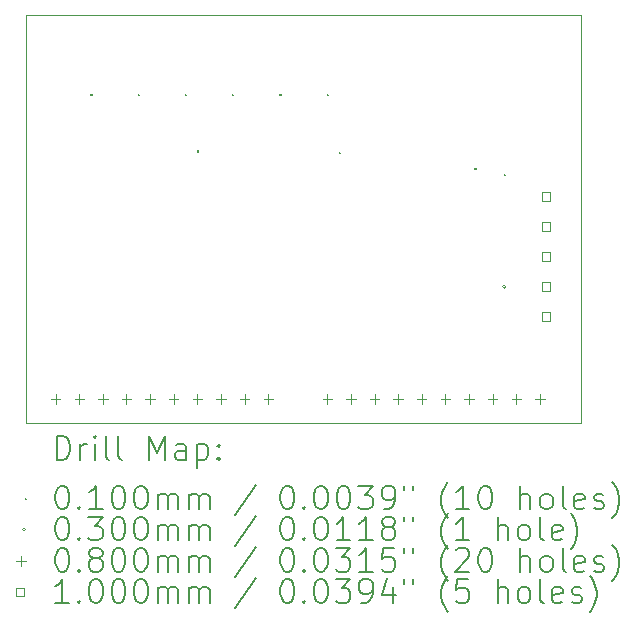
<source format=gbr>
%TF.GenerationSoftware,KiCad,Pcbnew,8.0.4*%
%TF.CreationDate,2024-10-03T15:25:34-05:00*%
%TF.ProjectId,Haptics PWM module,48617074-6963-4732-9050-574d206d6f64,rev?*%
%TF.SameCoordinates,Original*%
%TF.FileFunction,Drillmap*%
%TF.FilePolarity,Positive*%
%FSLAX45Y45*%
G04 Gerber Fmt 4.5, Leading zero omitted, Abs format (unit mm)*
G04 Created by KiCad (PCBNEW 8.0.4) date 2024-10-03 15:25:34*
%MOMM*%
%LPD*%
G01*
G04 APERTURE LIST*
%ADD10C,0.050000*%
%ADD11C,0.200000*%
%ADD12C,0.100000*%
G04 APERTURE END LIST*
D10*
X8000000Y-11250000D02*
X12700000Y-11250000D01*
X12700000Y-14700000D01*
X8000000Y-14700000D01*
X8000000Y-11250000D01*
D11*
D12*
X8545000Y-11913750D02*
X8555000Y-11923750D01*
X8555000Y-11913750D02*
X8545000Y-11923750D01*
X8945000Y-11913750D02*
X8955000Y-11923750D01*
X8955000Y-11913750D02*
X8945000Y-11923750D01*
X9345000Y-11913750D02*
X9355000Y-11923750D01*
X9355000Y-11913750D02*
X9345000Y-11923750D01*
X9445000Y-12395000D02*
X9455000Y-12405000D01*
X9455000Y-12395000D02*
X9445000Y-12405000D01*
X9745000Y-11913750D02*
X9755000Y-11923750D01*
X9755000Y-11913750D02*
X9745000Y-11923750D01*
X10145000Y-11913750D02*
X10155000Y-11923750D01*
X10155000Y-11913750D02*
X10145000Y-11923750D01*
X10545000Y-11913750D02*
X10555000Y-11923750D01*
X10555000Y-11913750D02*
X10545000Y-11923750D01*
X10645000Y-12410000D02*
X10655000Y-12420000D01*
X10655000Y-12410000D02*
X10645000Y-12420000D01*
X11795000Y-12545000D02*
X11805000Y-12555000D01*
X11805000Y-12545000D02*
X11795000Y-12555000D01*
X12045000Y-12595000D02*
X12055000Y-12605000D01*
X12055000Y-12595000D02*
X12045000Y-12605000D01*
X12065000Y-13550000D02*
G75*
G02*
X12035000Y-13550000I-15000J0D01*
G01*
X12035000Y-13550000D02*
G75*
G02*
X12065000Y-13550000I15000J0D01*
G01*
X8250000Y-14460000D02*
X8250000Y-14540000D01*
X8210000Y-14500000D02*
X8290000Y-14500000D01*
X8450000Y-14460000D02*
X8450000Y-14540000D01*
X8410000Y-14500000D02*
X8490000Y-14500000D01*
X8650000Y-14460000D02*
X8650000Y-14540000D01*
X8610000Y-14500000D02*
X8690000Y-14500000D01*
X8850000Y-14460000D02*
X8850000Y-14540000D01*
X8810000Y-14500000D02*
X8890000Y-14500000D01*
X9050000Y-14460000D02*
X9050000Y-14540000D01*
X9010000Y-14500000D02*
X9090000Y-14500000D01*
X9250000Y-14460000D02*
X9250000Y-14540000D01*
X9210000Y-14500000D02*
X9290000Y-14500000D01*
X9450000Y-14460000D02*
X9450000Y-14540000D01*
X9410000Y-14500000D02*
X9490000Y-14500000D01*
X9650000Y-14460000D02*
X9650000Y-14540000D01*
X9610000Y-14500000D02*
X9690000Y-14500000D01*
X9850000Y-14460000D02*
X9850000Y-14540000D01*
X9810000Y-14500000D02*
X9890000Y-14500000D01*
X10050000Y-14460000D02*
X10050000Y-14540000D01*
X10010000Y-14500000D02*
X10090000Y-14500000D01*
X10550000Y-14460000D02*
X10550000Y-14540000D01*
X10510000Y-14500000D02*
X10590000Y-14500000D01*
X10750000Y-14460000D02*
X10750000Y-14540000D01*
X10710000Y-14500000D02*
X10790000Y-14500000D01*
X10950000Y-14460000D02*
X10950000Y-14540000D01*
X10910000Y-14500000D02*
X10990000Y-14500000D01*
X11150000Y-14460000D02*
X11150000Y-14540000D01*
X11110000Y-14500000D02*
X11190000Y-14500000D01*
X11350000Y-14460000D02*
X11350000Y-14540000D01*
X11310000Y-14500000D02*
X11390000Y-14500000D01*
X11550000Y-14460000D02*
X11550000Y-14540000D01*
X11510000Y-14500000D02*
X11590000Y-14500000D01*
X11750000Y-14460000D02*
X11750000Y-14540000D01*
X11710000Y-14500000D02*
X11790000Y-14500000D01*
X11950000Y-14460000D02*
X11950000Y-14540000D01*
X11910000Y-14500000D02*
X11990000Y-14500000D01*
X12150000Y-14460000D02*
X12150000Y-14540000D01*
X12110000Y-14500000D02*
X12190000Y-14500000D01*
X12350000Y-14460000D02*
X12350000Y-14540000D01*
X12310000Y-14500000D02*
X12390000Y-14500000D01*
X12435356Y-12819356D02*
X12435356Y-12748644D01*
X12364644Y-12748644D01*
X12364644Y-12819356D01*
X12435356Y-12819356D01*
X12435356Y-13073356D02*
X12435356Y-13002644D01*
X12364644Y-13002644D01*
X12364644Y-13073356D01*
X12435356Y-13073356D01*
X12435356Y-13327356D02*
X12435356Y-13256644D01*
X12364644Y-13256644D01*
X12364644Y-13327356D01*
X12435356Y-13327356D01*
X12435356Y-13581356D02*
X12435356Y-13510644D01*
X12364644Y-13510644D01*
X12364644Y-13581356D01*
X12435356Y-13581356D01*
X12435356Y-13835356D02*
X12435356Y-13764644D01*
X12364644Y-13764644D01*
X12364644Y-13835356D01*
X12435356Y-13835356D01*
D11*
X8258277Y-15013984D02*
X8258277Y-14813984D01*
X8258277Y-14813984D02*
X8305896Y-14813984D01*
X8305896Y-14813984D02*
X8334467Y-14823508D01*
X8334467Y-14823508D02*
X8353515Y-14842555D01*
X8353515Y-14842555D02*
X8363039Y-14861603D01*
X8363039Y-14861603D02*
X8372562Y-14899698D01*
X8372562Y-14899698D02*
X8372562Y-14928269D01*
X8372562Y-14928269D02*
X8363039Y-14966365D01*
X8363039Y-14966365D02*
X8353515Y-14985412D01*
X8353515Y-14985412D02*
X8334467Y-15004460D01*
X8334467Y-15004460D02*
X8305896Y-15013984D01*
X8305896Y-15013984D02*
X8258277Y-15013984D01*
X8458277Y-15013984D02*
X8458277Y-14880650D01*
X8458277Y-14918746D02*
X8467801Y-14899698D01*
X8467801Y-14899698D02*
X8477324Y-14890174D01*
X8477324Y-14890174D02*
X8496372Y-14880650D01*
X8496372Y-14880650D02*
X8515420Y-14880650D01*
X8582086Y-15013984D02*
X8582086Y-14880650D01*
X8582086Y-14813984D02*
X8572563Y-14823508D01*
X8572563Y-14823508D02*
X8582086Y-14833031D01*
X8582086Y-14833031D02*
X8591610Y-14823508D01*
X8591610Y-14823508D02*
X8582086Y-14813984D01*
X8582086Y-14813984D02*
X8582086Y-14833031D01*
X8705896Y-15013984D02*
X8686848Y-15004460D01*
X8686848Y-15004460D02*
X8677324Y-14985412D01*
X8677324Y-14985412D02*
X8677324Y-14813984D01*
X8810658Y-15013984D02*
X8791610Y-15004460D01*
X8791610Y-15004460D02*
X8782086Y-14985412D01*
X8782086Y-14985412D02*
X8782086Y-14813984D01*
X9039229Y-15013984D02*
X9039229Y-14813984D01*
X9039229Y-14813984D02*
X9105896Y-14956841D01*
X9105896Y-14956841D02*
X9172563Y-14813984D01*
X9172563Y-14813984D02*
X9172563Y-15013984D01*
X9353515Y-15013984D02*
X9353515Y-14909222D01*
X9353515Y-14909222D02*
X9343991Y-14890174D01*
X9343991Y-14890174D02*
X9324944Y-14880650D01*
X9324944Y-14880650D02*
X9286848Y-14880650D01*
X9286848Y-14880650D02*
X9267801Y-14890174D01*
X9353515Y-15004460D02*
X9334467Y-15013984D01*
X9334467Y-15013984D02*
X9286848Y-15013984D01*
X9286848Y-15013984D02*
X9267801Y-15004460D01*
X9267801Y-15004460D02*
X9258277Y-14985412D01*
X9258277Y-14985412D02*
X9258277Y-14966365D01*
X9258277Y-14966365D02*
X9267801Y-14947317D01*
X9267801Y-14947317D02*
X9286848Y-14937793D01*
X9286848Y-14937793D02*
X9334467Y-14937793D01*
X9334467Y-14937793D02*
X9353515Y-14928269D01*
X9448753Y-14880650D02*
X9448753Y-15080650D01*
X9448753Y-14890174D02*
X9467801Y-14880650D01*
X9467801Y-14880650D02*
X9505896Y-14880650D01*
X9505896Y-14880650D02*
X9524944Y-14890174D01*
X9524944Y-14890174D02*
X9534467Y-14899698D01*
X9534467Y-14899698D02*
X9543991Y-14918746D01*
X9543991Y-14918746D02*
X9543991Y-14975888D01*
X9543991Y-14975888D02*
X9534467Y-14994936D01*
X9534467Y-14994936D02*
X9524944Y-15004460D01*
X9524944Y-15004460D02*
X9505896Y-15013984D01*
X9505896Y-15013984D02*
X9467801Y-15013984D01*
X9467801Y-15013984D02*
X9448753Y-15004460D01*
X9629705Y-14994936D02*
X9639229Y-15004460D01*
X9639229Y-15004460D02*
X9629705Y-15013984D01*
X9629705Y-15013984D02*
X9620182Y-15004460D01*
X9620182Y-15004460D02*
X9629705Y-14994936D01*
X9629705Y-14994936D02*
X9629705Y-15013984D01*
X9629705Y-14890174D02*
X9639229Y-14899698D01*
X9639229Y-14899698D02*
X9629705Y-14909222D01*
X9629705Y-14909222D02*
X9620182Y-14899698D01*
X9620182Y-14899698D02*
X9629705Y-14890174D01*
X9629705Y-14890174D02*
X9629705Y-14909222D01*
D12*
X7987500Y-15337500D02*
X7997500Y-15347500D01*
X7997500Y-15337500D02*
X7987500Y-15347500D01*
D11*
X8296372Y-15233984D02*
X8315420Y-15233984D01*
X8315420Y-15233984D02*
X8334467Y-15243508D01*
X8334467Y-15243508D02*
X8343991Y-15253031D01*
X8343991Y-15253031D02*
X8353515Y-15272079D01*
X8353515Y-15272079D02*
X8363039Y-15310174D01*
X8363039Y-15310174D02*
X8363039Y-15357793D01*
X8363039Y-15357793D02*
X8353515Y-15395888D01*
X8353515Y-15395888D02*
X8343991Y-15414936D01*
X8343991Y-15414936D02*
X8334467Y-15424460D01*
X8334467Y-15424460D02*
X8315420Y-15433984D01*
X8315420Y-15433984D02*
X8296372Y-15433984D01*
X8296372Y-15433984D02*
X8277324Y-15424460D01*
X8277324Y-15424460D02*
X8267801Y-15414936D01*
X8267801Y-15414936D02*
X8258277Y-15395888D01*
X8258277Y-15395888D02*
X8248753Y-15357793D01*
X8248753Y-15357793D02*
X8248753Y-15310174D01*
X8248753Y-15310174D02*
X8258277Y-15272079D01*
X8258277Y-15272079D02*
X8267801Y-15253031D01*
X8267801Y-15253031D02*
X8277324Y-15243508D01*
X8277324Y-15243508D02*
X8296372Y-15233984D01*
X8448753Y-15414936D02*
X8458277Y-15424460D01*
X8458277Y-15424460D02*
X8448753Y-15433984D01*
X8448753Y-15433984D02*
X8439229Y-15424460D01*
X8439229Y-15424460D02*
X8448753Y-15414936D01*
X8448753Y-15414936D02*
X8448753Y-15433984D01*
X8648753Y-15433984D02*
X8534467Y-15433984D01*
X8591610Y-15433984D02*
X8591610Y-15233984D01*
X8591610Y-15233984D02*
X8572563Y-15262555D01*
X8572563Y-15262555D02*
X8553515Y-15281603D01*
X8553515Y-15281603D02*
X8534467Y-15291127D01*
X8772563Y-15233984D02*
X8791610Y-15233984D01*
X8791610Y-15233984D02*
X8810658Y-15243508D01*
X8810658Y-15243508D02*
X8820182Y-15253031D01*
X8820182Y-15253031D02*
X8829705Y-15272079D01*
X8829705Y-15272079D02*
X8839229Y-15310174D01*
X8839229Y-15310174D02*
X8839229Y-15357793D01*
X8839229Y-15357793D02*
X8829705Y-15395888D01*
X8829705Y-15395888D02*
X8820182Y-15414936D01*
X8820182Y-15414936D02*
X8810658Y-15424460D01*
X8810658Y-15424460D02*
X8791610Y-15433984D01*
X8791610Y-15433984D02*
X8772563Y-15433984D01*
X8772563Y-15433984D02*
X8753515Y-15424460D01*
X8753515Y-15424460D02*
X8743991Y-15414936D01*
X8743991Y-15414936D02*
X8734467Y-15395888D01*
X8734467Y-15395888D02*
X8724944Y-15357793D01*
X8724944Y-15357793D02*
X8724944Y-15310174D01*
X8724944Y-15310174D02*
X8734467Y-15272079D01*
X8734467Y-15272079D02*
X8743991Y-15253031D01*
X8743991Y-15253031D02*
X8753515Y-15243508D01*
X8753515Y-15243508D02*
X8772563Y-15233984D01*
X8963039Y-15233984D02*
X8982086Y-15233984D01*
X8982086Y-15233984D02*
X9001134Y-15243508D01*
X9001134Y-15243508D02*
X9010658Y-15253031D01*
X9010658Y-15253031D02*
X9020182Y-15272079D01*
X9020182Y-15272079D02*
X9029705Y-15310174D01*
X9029705Y-15310174D02*
X9029705Y-15357793D01*
X9029705Y-15357793D02*
X9020182Y-15395888D01*
X9020182Y-15395888D02*
X9010658Y-15414936D01*
X9010658Y-15414936D02*
X9001134Y-15424460D01*
X9001134Y-15424460D02*
X8982086Y-15433984D01*
X8982086Y-15433984D02*
X8963039Y-15433984D01*
X8963039Y-15433984D02*
X8943991Y-15424460D01*
X8943991Y-15424460D02*
X8934467Y-15414936D01*
X8934467Y-15414936D02*
X8924944Y-15395888D01*
X8924944Y-15395888D02*
X8915420Y-15357793D01*
X8915420Y-15357793D02*
X8915420Y-15310174D01*
X8915420Y-15310174D02*
X8924944Y-15272079D01*
X8924944Y-15272079D02*
X8934467Y-15253031D01*
X8934467Y-15253031D02*
X8943991Y-15243508D01*
X8943991Y-15243508D02*
X8963039Y-15233984D01*
X9115420Y-15433984D02*
X9115420Y-15300650D01*
X9115420Y-15319698D02*
X9124944Y-15310174D01*
X9124944Y-15310174D02*
X9143991Y-15300650D01*
X9143991Y-15300650D02*
X9172563Y-15300650D01*
X9172563Y-15300650D02*
X9191610Y-15310174D01*
X9191610Y-15310174D02*
X9201134Y-15329222D01*
X9201134Y-15329222D02*
X9201134Y-15433984D01*
X9201134Y-15329222D02*
X9210658Y-15310174D01*
X9210658Y-15310174D02*
X9229705Y-15300650D01*
X9229705Y-15300650D02*
X9258277Y-15300650D01*
X9258277Y-15300650D02*
X9277325Y-15310174D01*
X9277325Y-15310174D02*
X9286848Y-15329222D01*
X9286848Y-15329222D02*
X9286848Y-15433984D01*
X9382086Y-15433984D02*
X9382086Y-15300650D01*
X9382086Y-15319698D02*
X9391610Y-15310174D01*
X9391610Y-15310174D02*
X9410658Y-15300650D01*
X9410658Y-15300650D02*
X9439229Y-15300650D01*
X9439229Y-15300650D02*
X9458277Y-15310174D01*
X9458277Y-15310174D02*
X9467801Y-15329222D01*
X9467801Y-15329222D02*
X9467801Y-15433984D01*
X9467801Y-15329222D02*
X9477325Y-15310174D01*
X9477325Y-15310174D02*
X9496372Y-15300650D01*
X9496372Y-15300650D02*
X9524944Y-15300650D01*
X9524944Y-15300650D02*
X9543991Y-15310174D01*
X9543991Y-15310174D02*
X9553515Y-15329222D01*
X9553515Y-15329222D02*
X9553515Y-15433984D01*
X9943991Y-15224460D02*
X9772563Y-15481603D01*
X10201134Y-15233984D02*
X10220182Y-15233984D01*
X10220182Y-15233984D02*
X10239229Y-15243508D01*
X10239229Y-15243508D02*
X10248753Y-15253031D01*
X10248753Y-15253031D02*
X10258277Y-15272079D01*
X10258277Y-15272079D02*
X10267801Y-15310174D01*
X10267801Y-15310174D02*
X10267801Y-15357793D01*
X10267801Y-15357793D02*
X10258277Y-15395888D01*
X10258277Y-15395888D02*
X10248753Y-15414936D01*
X10248753Y-15414936D02*
X10239229Y-15424460D01*
X10239229Y-15424460D02*
X10220182Y-15433984D01*
X10220182Y-15433984D02*
X10201134Y-15433984D01*
X10201134Y-15433984D02*
X10182087Y-15424460D01*
X10182087Y-15424460D02*
X10172563Y-15414936D01*
X10172563Y-15414936D02*
X10163039Y-15395888D01*
X10163039Y-15395888D02*
X10153515Y-15357793D01*
X10153515Y-15357793D02*
X10153515Y-15310174D01*
X10153515Y-15310174D02*
X10163039Y-15272079D01*
X10163039Y-15272079D02*
X10172563Y-15253031D01*
X10172563Y-15253031D02*
X10182087Y-15243508D01*
X10182087Y-15243508D02*
X10201134Y-15233984D01*
X10353515Y-15414936D02*
X10363039Y-15424460D01*
X10363039Y-15424460D02*
X10353515Y-15433984D01*
X10353515Y-15433984D02*
X10343991Y-15424460D01*
X10343991Y-15424460D02*
X10353515Y-15414936D01*
X10353515Y-15414936D02*
X10353515Y-15433984D01*
X10486848Y-15233984D02*
X10505896Y-15233984D01*
X10505896Y-15233984D02*
X10524944Y-15243508D01*
X10524944Y-15243508D02*
X10534468Y-15253031D01*
X10534468Y-15253031D02*
X10543991Y-15272079D01*
X10543991Y-15272079D02*
X10553515Y-15310174D01*
X10553515Y-15310174D02*
X10553515Y-15357793D01*
X10553515Y-15357793D02*
X10543991Y-15395888D01*
X10543991Y-15395888D02*
X10534468Y-15414936D01*
X10534468Y-15414936D02*
X10524944Y-15424460D01*
X10524944Y-15424460D02*
X10505896Y-15433984D01*
X10505896Y-15433984D02*
X10486848Y-15433984D01*
X10486848Y-15433984D02*
X10467801Y-15424460D01*
X10467801Y-15424460D02*
X10458277Y-15414936D01*
X10458277Y-15414936D02*
X10448753Y-15395888D01*
X10448753Y-15395888D02*
X10439229Y-15357793D01*
X10439229Y-15357793D02*
X10439229Y-15310174D01*
X10439229Y-15310174D02*
X10448753Y-15272079D01*
X10448753Y-15272079D02*
X10458277Y-15253031D01*
X10458277Y-15253031D02*
X10467801Y-15243508D01*
X10467801Y-15243508D02*
X10486848Y-15233984D01*
X10677325Y-15233984D02*
X10696372Y-15233984D01*
X10696372Y-15233984D02*
X10715420Y-15243508D01*
X10715420Y-15243508D02*
X10724944Y-15253031D01*
X10724944Y-15253031D02*
X10734468Y-15272079D01*
X10734468Y-15272079D02*
X10743991Y-15310174D01*
X10743991Y-15310174D02*
X10743991Y-15357793D01*
X10743991Y-15357793D02*
X10734468Y-15395888D01*
X10734468Y-15395888D02*
X10724944Y-15414936D01*
X10724944Y-15414936D02*
X10715420Y-15424460D01*
X10715420Y-15424460D02*
X10696372Y-15433984D01*
X10696372Y-15433984D02*
X10677325Y-15433984D01*
X10677325Y-15433984D02*
X10658277Y-15424460D01*
X10658277Y-15424460D02*
X10648753Y-15414936D01*
X10648753Y-15414936D02*
X10639229Y-15395888D01*
X10639229Y-15395888D02*
X10629706Y-15357793D01*
X10629706Y-15357793D02*
X10629706Y-15310174D01*
X10629706Y-15310174D02*
X10639229Y-15272079D01*
X10639229Y-15272079D02*
X10648753Y-15253031D01*
X10648753Y-15253031D02*
X10658277Y-15243508D01*
X10658277Y-15243508D02*
X10677325Y-15233984D01*
X10810658Y-15233984D02*
X10934468Y-15233984D01*
X10934468Y-15233984D02*
X10867801Y-15310174D01*
X10867801Y-15310174D02*
X10896372Y-15310174D01*
X10896372Y-15310174D02*
X10915420Y-15319698D01*
X10915420Y-15319698D02*
X10924944Y-15329222D01*
X10924944Y-15329222D02*
X10934468Y-15348269D01*
X10934468Y-15348269D02*
X10934468Y-15395888D01*
X10934468Y-15395888D02*
X10924944Y-15414936D01*
X10924944Y-15414936D02*
X10915420Y-15424460D01*
X10915420Y-15424460D02*
X10896372Y-15433984D01*
X10896372Y-15433984D02*
X10839229Y-15433984D01*
X10839229Y-15433984D02*
X10820182Y-15424460D01*
X10820182Y-15424460D02*
X10810658Y-15414936D01*
X11029706Y-15433984D02*
X11067801Y-15433984D01*
X11067801Y-15433984D02*
X11086849Y-15424460D01*
X11086849Y-15424460D02*
X11096372Y-15414936D01*
X11096372Y-15414936D02*
X11115420Y-15386365D01*
X11115420Y-15386365D02*
X11124944Y-15348269D01*
X11124944Y-15348269D02*
X11124944Y-15272079D01*
X11124944Y-15272079D02*
X11115420Y-15253031D01*
X11115420Y-15253031D02*
X11105896Y-15243508D01*
X11105896Y-15243508D02*
X11086849Y-15233984D01*
X11086849Y-15233984D02*
X11048753Y-15233984D01*
X11048753Y-15233984D02*
X11029706Y-15243508D01*
X11029706Y-15243508D02*
X11020182Y-15253031D01*
X11020182Y-15253031D02*
X11010658Y-15272079D01*
X11010658Y-15272079D02*
X11010658Y-15319698D01*
X11010658Y-15319698D02*
X11020182Y-15338746D01*
X11020182Y-15338746D02*
X11029706Y-15348269D01*
X11029706Y-15348269D02*
X11048753Y-15357793D01*
X11048753Y-15357793D02*
X11086849Y-15357793D01*
X11086849Y-15357793D02*
X11105896Y-15348269D01*
X11105896Y-15348269D02*
X11115420Y-15338746D01*
X11115420Y-15338746D02*
X11124944Y-15319698D01*
X11201134Y-15233984D02*
X11201134Y-15272079D01*
X11277325Y-15233984D02*
X11277325Y-15272079D01*
X11572563Y-15510174D02*
X11563039Y-15500650D01*
X11563039Y-15500650D02*
X11543991Y-15472079D01*
X11543991Y-15472079D02*
X11534468Y-15453031D01*
X11534468Y-15453031D02*
X11524944Y-15424460D01*
X11524944Y-15424460D02*
X11515420Y-15376841D01*
X11515420Y-15376841D02*
X11515420Y-15338746D01*
X11515420Y-15338746D02*
X11524944Y-15291127D01*
X11524944Y-15291127D02*
X11534468Y-15262555D01*
X11534468Y-15262555D02*
X11543991Y-15243508D01*
X11543991Y-15243508D02*
X11563039Y-15214936D01*
X11563039Y-15214936D02*
X11572563Y-15205412D01*
X11753515Y-15433984D02*
X11639229Y-15433984D01*
X11696372Y-15433984D02*
X11696372Y-15233984D01*
X11696372Y-15233984D02*
X11677325Y-15262555D01*
X11677325Y-15262555D02*
X11658277Y-15281603D01*
X11658277Y-15281603D02*
X11639229Y-15291127D01*
X11877325Y-15233984D02*
X11896372Y-15233984D01*
X11896372Y-15233984D02*
X11915420Y-15243508D01*
X11915420Y-15243508D02*
X11924944Y-15253031D01*
X11924944Y-15253031D02*
X11934468Y-15272079D01*
X11934468Y-15272079D02*
X11943991Y-15310174D01*
X11943991Y-15310174D02*
X11943991Y-15357793D01*
X11943991Y-15357793D02*
X11934468Y-15395888D01*
X11934468Y-15395888D02*
X11924944Y-15414936D01*
X11924944Y-15414936D02*
X11915420Y-15424460D01*
X11915420Y-15424460D02*
X11896372Y-15433984D01*
X11896372Y-15433984D02*
X11877325Y-15433984D01*
X11877325Y-15433984D02*
X11858277Y-15424460D01*
X11858277Y-15424460D02*
X11848753Y-15414936D01*
X11848753Y-15414936D02*
X11839229Y-15395888D01*
X11839229Y-15395888D02*
X11829706Y-15357793D01*
X11829706Y-15357793D02*
X11829706Y-15310174D01*
X11829706Y-15310174D02*
X11839229Y-15272079D01*
X11839229Y-15272079D02*
X11848753Y-15253031D01*
X11848753Y-15253031D02*
X11858277Y-15243508D01*
X11858277Y-15243508D02*
X11877325Y-15233984D01*
X12182087Y-15433984D02*
X12182087Y-15233984D01*
X12267801Y-15433984D02*
X12267801Y-15329222D01*
X12267801Y-15329222D02*
X12258277Y-15310174D01*
X12258277Y-15310174D02*
X12239230Y-15300650D01*
X12239230Y-15300650D02*
X12210658Y-15300650D01*
X12210658Y-15300650D02*
X12191610Y-15310174D01*
X12191610Y-15310174D02*
X12182087Y-15319698D01*
X12391610Y-15433984D02*
X12372563Y-15424460D01*
X12372563Y-15424460D02*
X12363039Y-15414936D01*
X12363039Y-15414936D02*
X12353515Y-15395888D01*
X12353515Y-15395888D02*
X12353515Y-15338746D01*
X12353515Y-15338746D02*
X12363039Y-15319698D01*
X12363039Y-15319698D02*
X12372563Y-15310174D01*
X12372563Y-15310174D02*
X12391610Y-15300650D01*
X12391610Y-15300650D02*
X12420182Y-15300650D01*
X12420182Y-15300650D02*
X12439230Y-15310174D01*
X12439230Y-15310174D02*
X12448753Y-15319698D01*
X12448753Y-15319698D02*
X12458277Y-15338746D01*
X12458277Y-15338746D02*
X12458277Y-15395888D01*
X12458277Y-15395888D02*
X12448753Y-15414936D01*
X12448753Y-15414936D02*
X12439230Y-15424460D01*
X12439230Y-15424460D02*
X12420182Y-15433984D01*
X12420182Y-15433984D02*
X12391610Y-15433984D01*
X12572563Y-15433984D02*
X12553515Y-15424460D01*
X12553515Y-15424460D02*
X12543991Y-15405412D01*
X12543991Y-15405412D02*
X12543991Y-15233984D01*
X12724944Y-15424460D02*
X12705896Y-15433984D01*
X12705896Y-15433984D02*
X12667801Y-15433984D01*
X12667801Y-15433984D02*
X12648753Y-15424460D01*
X12648753Y-15424460D02*
X12639230Y-15405412D01*
X12639230Y-15405412D02*
X12639230Y-15329222D01*
X12639230Y-15329222D02*
X12648753Y-15310174D01*
X12648753Y-15310174D02*
X12667801Y-15300650D01*
X12667801Y-15300650D02*
X12705896Y-15300650D01*
X12705896Y-15300650D02*
X12724944Y-15310174D01*
X12724944Y-15310174D02*
X12734468Y-15329222D01*
X12734468Y-15329222D02*
X12734468Y-15348269D01*
X12734468Y-15348269D02*
X12639230Y-15367317D01*
X12810658Y-15424460D02*
X12829706Y-15433984D01*
X12829706Y-15433984D02*
X12867801Y-15433984D01*
X12867801Y-15433984D02*
X12886849Y-15424460D01*
X12886849Y-15424460D02*
X12896372Y-15405412D01*
X12896372Y-15405412D02*
X12896372Y-15395888D01*
X12896372Y-15395888D02*
X12886849Y-15376841D01*
X12886849Y-15376841D02*
X12867801Y-15367317D01*
X12867801Y-15367317D02*
X12839230Y-15367317D01*
X12839230Y-15367317D02*
X12820182Y-15357793D01*
X12820182Y-15357793D02*
X12810658Y-15338746D01*
X12810658Y-15338746D02*
X12810658Y-15329222D01*
X12810658Y-15329222D02*
X12820182Y-15310174D01*
X12820182Y-15310174D02*
X12839230Y-15300650D01*
X12839230Y-15300650D02*
X12867801Y-15300650D01*
X12867801Y-15300650D02*
X12886849Y-15310174D01*
X12963039Y-15510174D02*
X12972563Y-15500650D01*
X12972563Y-15500650D02*
X12991611Y-15472079D01*
X12991611Y-15472079D02*
X13001134Y-15453031D01*
X13001134Y-15453031D02*
X13010658Y-15424460D01*
X13010658Y-15424460D02*
X13020182Y-15376841D01*
X13020182Y-15376841D02*
X13020182Y-15338746D01*
X13020182Y-15338746D02*
X13010658Y-15291127D01*
X13010658Y-15291127D02*
X13001134Y-15262555D01*
X13001134Y-15262555D02*
X12991611Y-15243508D01*
X12991611Y-15243508D02*
X12972563Y-15214936D01*
X12972563Y-15214936D02*
X12963039Y-15205412D01*
D12*
X7997500Y-15606500D02*
G75*
G02*
X7967500Y-15606500I-15000J0D01*
G01*
X7967500Y-15606500D02*
G75*
G02*
X7997500Y-15606500I15000J0D01*
G01*
D11*
X8296372Y-15497984D02*
X8315420Y-15497984D01*
X8315420Y-15497984D02*
X8334467Y-15507508D01*
X8334467Y-15507508D02*
X8343991Y-15517031D01*
X8343991Y-15517031D02*
X8353515Y-15536079D01*
X8353515Y-15536079D02*
X8363039Y-15574174D01*
X8363039Y-15574174D02*
X8363039Y-15621793D01*
X8363039Y-15621793D02*
X8353515Y-15659888D01*
X8353515Y-15659888D02*
X8343991Y-15678936D01*
X8343991Y-15678936D02*
X8334467Y-15688460D01*
X8334467Y-15688460D02*
X8315420Y-15697984D01*
X8315420Y-15697984D02*
X8296372Y-15697984D01*
X8296372Y-15697984D02*
X8277324Y-15688460D01*
X8277324Y-15688460D02*
X8267801Y-15678936D01*
X8267801Y-15678936D02*
X8258277Y-15659888D01*
X8258277Y-15659888D02*
X8248753Y-15621793D01*
X8248753Y-15621793D02*
X8248753Y-15574174D01*
X8248753Y-15574174D02*
X8258277Y-15536079D01*
X8258277Y-15536079D02*
X8267801Y-15517031D01*
X8267801Y-15517031D02*
X8277324Y-15507508D01*
X8277324Y-15507508D02*
X8296372Y-15497984D01*
X8448753Y-15678936D02*
X8458277Y-15688460D01*
X8458277Y-15688460D02*
X8448753Y-15697984D01*
X8448753Y-15697984D02*
X8439229Y-15688460D01*
X8439229Y-15688460D02*
X8448753Y-15678936D01*
X8448753Y-15678936D02*
X8448753Y-15697984D01*
X8524944Y-15497984D02*
X8648753Y-15497984D01*
X8648753Y-15497984D02*
X8582086Y-15574174D01*
X8582086Y-15574174D02*
X8610658Y-15574174D01*
X8610658Y-15574174D02*
X8629705Y-15583698D01*
X8629705Y-15583698D02*
X8639229Y-15593222D01*
X8639229Y-15593222D02*
X8648753Y-15612269D01*
X8648753Y-15612269D02*
X8648753Y-15659888D01*
X8648753Y-15659888D02*
X8639229Y-15678936D01*
X8639229Y-15678936D02*
X8629705Y-15688460D01*
X8629705Y-15688460D02*
X8610658Y-15697984D01*
X8610658Y-15697984D02*
X8553515Y-15697984D01*
X8553515Y-15697984D02*
X8534467Y-15688460D01*
X8534467Y-15688460D02*
X8524944Y-15678936D01*
X8772563Y-15497984D02*
X8791610Y-15497984D01*
X8791610Y-15497984D02*
X8810658Y-15507508D01*
X8810658Y-15507508D02*
X8820182Y-15517031D01*
X8820182Y-15517031D02*
X8829705Y-15536079D01*
X8829705Y-15536079D02*
X8839229Y-15574174D01*
X8839229Y-15574174D02*
X8839229Y-15621793D01*
X8839229Y-15621793D02*
X8829705Y-15659888D01*
X8829705Y-15659888D02*
X8820182Y-15678936D01*
X8820182Y-15678936D02*
X8810658Y-15688460D01*
X8810658Y-15688460D02*
X8791610Y-15697984D01*
X8791610Y-15697984D02*
X8772563Y-15697984D01*
X8772563Y-15697984D02*
X8753515Y-15688460D01*
X8753515Y-15688460D02*
X8743991Y-15678936D01*
X8743991Y-15678936D02*
X8734467Y-15659888D01*
X8734467Y-15659888D02*
X8724944Y-15621793D01*
X8724944Y-15621793D02*
X8724944Y-15574174D01*
X8724944Y-15574174D02*
X8734467Y-15536079D01*
X8734467Y-15536079D02*
X8743991Y-15517031D01*
X8743991Y-15517031D02*
X8753515Y-15507508D01*
X8753515Y-15507508D02*
X8772563Y-15497984D01*
X8963039Y-15497984D02*
X8982086Y-15497984D01*
X8982086Y-15497984D02*
X9001134Y-15507508D01*
X9001134Y-15507508D02*
X9010658Y-15517031D01*
X9010658Y-15517031D02*
X9020182Y-15536079D01*
X9020182Y-15536079D02*
X9029705Y-15574174D01*
X9029705Y-15574174D02*
X9029705Y-15621793D01*
X9029705Y-15621793D02*
X9020182Y-15659888D01*
X9020182Y-15659888D02*
X9010658Y-15678936D01*
X9010658Y-15678936D02*
X9001134Y-15688460D01*
X9001134Y-15688460D02*
X8982086Y-15697984D01*
X8982086Y-15697984D02*
X8963039Y-15697984D01*
X8963039Y-15697984D02*
X8943991Y-15688460D01*
X8943991Y-15688460D02*
X8934467Y-15678936D01*
X8934467Y-15678936D02*
X8924944Y-15659888D01*
X8924944Y-15659888D02*
X8915420Y-15621793D01*
X8915420Y-15621793D02*
X8915420Y-15574174D01*
X8915420Y-15574174D02*
X8924944Y-15536079D01*
X8924944Y-15536079D02*
X8934467Y-15517031D01*
X8934467Y-15517031D02*
X8943991Y-15507508D01*
X8943991Y-15507508D02*
X8963039Y-15497984D01*
X9115420Y-15697984D02*
X9115420Y-15564650D01*
X9115420Y-15583698D02*
X9124944Y-15574174D01*
X9124944Y-15574174D02*
X9143991Y-15564650D01*
X9143991Y-15564650D02*
X9172563Y-15564650D01*
X9172563Y-15564650D02*
X9191610Y-15574174D01*
X9191610Y-15574174D02*
X9201134Y-15593222D01*
X9201134Y-15593222D02*
X9201134Y-15697984D01*
X9201134Y-15593222D02*
X9210658Y-15574174D01*
X9210658Y-15574174D02*
X9229705Y-15564650D01*
X9229705Y-15564650D02*
X9258277Y-15564650D01*
X9258277Y-15564650D02*
X9277325Y-15574174D01*
X9277325Y-15574174D02*
X9286848Y-15593222D01*
X9286848Y-15593222D02*
X9286848Y-15697984D01*
X9382086Y-15697984D02*
X9382086Y-15564650D01*
X9382086Y-15583698D02*
X9391610Y-15574174D01*
X9391610Y-15574174D02*
X9410658Y-15564650D01*
X9410658Y-15564650D02*
X9439229Y-15564650D01*
X9439229Y-15564650D02*
X9458277Y-15574174D01*
X9458277Y-15574174D02*
X9467801Y-15593222D01*
X9467801Y-15593222D02*
X9467801Y-15697984D01*
X9467801Y-15593222D02*
X9477325Y-15574174D01*
X9477325Y-15574174D02*
X9496372Y-15564650D01*
X9496372Y-15564650D02*
X9524944Y-15564650D01*
X9524944Y-15564650D02*
X9543991Y-15574174D01*
X9543991Y-15574174D02*
X9553515Y-15593222D01*
X9553515Y-15593222D02*
X9553515Y-15697984D01*
X9943991Y-15488460D02*
X9772563Y-15745603D01*
X10201134Y-15497984D02*
X10220182Y-15497984D01*
X10220182Y-15497984D02*
X10239229Y-15507508D01*
X10239229Y-15507508D02*
X10248753Y-15517031D01*
X10248753Y-15517031D02*
X10258277Y-15536079D01*
X10258277Y-15536079D02*
X10267801Y-15574174D01*
X10267801Y-15574174D02*
X10267801Y-15621793D01*
X10267801Y-15621793D02*
X10258277Y-15659888D01*
X10258277Y-15659888D02*
X10248753Y-15678936D01*
X10248753Y-15678936D02*
X10239229Y-15688460D01*
X10239229Y-15688460D02*
X10220182Y-15697984D01*
X10220182Y-15697984D02*
X10201134Y-15697984D01*
X10201134Y-15697984D02*
X10182087Y-15688460D01*
X10182087Y-15688460D02*
X10172563Y-15678936D01*
X10172563Y-15678936D02*
X10163039Y-15659888D01*
X10163039Y-15659888D02*
X10153515Y-15621793D01*
X10153515Y-15621793D02*
X10153515Y-15574174D01*
X10153515Y-15574174D02*
X10163039Y-15536079D01*
X10163039Y-15536079D02*
X10172563Y-15517031D01*
X10172563Y-15517031D02*
X10182087Y-15507508D01*
X10182087Y-15507508D02*
X10201134Y-15497984D01*
X10353515Y-15678936D02*
X10363039Y-15688460D01*
X10363039Y-15688460D02*
X10353515Y-15697984D01*
X10353515Y-15697984D02*
X10343991Y-15688460D01*
X10343991Y-15688460D02*
X10353515Y-15678936D01*
X10353515Y-15678936D02*
X10353515Y-15697984D01*
X10486848Y-15497984D02*
X10505896Y-15497984D01*
X10505896Y-15497984D02*
X10524944Y-15507508D01*
X10524944Y-15507508D02*
X10534468Y-15517031D01*
X10534468Y-15517031D02*
X10543991Y-15536079D01*
X10543991Y-15536079D02*
X10553515Y-15574174D01*
X10553515Y-15574174D02*
X10553515Y-15621793D01*
X10553515Y-15621793D02*
X10543991Y-15659888D01*
X10543991Y-15659888D02*
X10534468Y-15678936D01*
X10534468Y-15678936D02*
X10524944Y-15688460D01*
X10524944Y-15688460D02*
X10505896Y-15697984D01*
X10505896Y-15697984D02*
X10486848Y-15697984D01*
X10486848Y-15697984D02*
X10467801Y-15688460D01*
X10467801Y-15688460D02*
X10458277Y-15678936D01*
X10458277Y-15678936D02*
X10448753Y-15659888D01*
X10448753Y-15659888D02*
X10439229Y-15621793D01*
X10439229Y-15621793D02*
X10439229Y-15574174D01*
X10439229Y-15574174D02*
X10448753Y-15536079D01*
X10448753Y-15536079D02*
X10458277Y-15517031D01*
X10458277Y-15517031D02*
X10467801Y-15507508D01*
X10467801Y-15507508D02*
X10486848Y-15497984D01*
X10743991Y-15697984D02*
X10629706Y-15697984D01*
X10686848Y-15697984D02*
X10686848Y-15497984D01*
X10686848Y-15497984D02*
X10667801Y-15526555D01*
X10667801Y-15526555D02*
X10648753Y-15545603D01*
X10648753Y-15545603D02*
X10629706Y-15555127D01*
X10934468Y-15697984D02*
X10820182Y-15697984D01*
X10877325Y-15697984D02*
X10877325Y-15497984D01*
X10877325Y-15497984D02*
X10858277Y-15526555D01*
X10858277Y-15526555D02*
X10839229Y-15545603D01*
X10839229Y-15545603D02*
X10820182Y-15555127D01*
X11048753Y-15583698D02*
X11029706Y-15574174D01*
X11029706Y-15574174D02*
X11020182Y-15564650D01*
X11020182Y-15564650D02*
X11010658Y-15545603D01*
X11010658Y-15545603D02*
X11010658Y-15536079D01*
X11010658Y-15536079D02*
X11020182Y-15517031D01*
X11020182Y-15517031D02*
X11029706Y-15507508D01*
X11029706Y-15507508D02*
X11048753Y-15497984D01*
X11048753Y-15497984D02*
X11086849Y-15497984D01*
X11086849Y-15497984D02*
X11105896Y-15507508D01*
X11105896Y-15507508D02*
X11115420Y-15517031D01*
X11115420Y-15517031D02*
X11124944Y-15536079D01*
X11124944Y-15536079D02*
X11124944Y-15545603D01*
X11124944Y-15545603D02*
X11115420Y-15564650D01*
X11115420Y-15564650D02*
X11105896Y-15574174D01*
X11105896Y-15574174D02*
X11086849Y-15583698D01*
X11086849Y-15583698D02*
X11048753Y-15583698D01*
X11048753Y-15583698D02*
X11029706Y-15593222D01*
X11029706Y-15593222D02*
X11020182Y-15602746D01*
X11020182Y-15602746D02*
X11010658Y-15621793D01*
X11010658Y-15621793D02*
X11010658Y-15659888D01*
X11010658Y-15659888D02*
X11020182Y-15678936D01*
X11020182Y-15678936D02*
X11029706Y-15688460D01*
X11029706Y-15688460D02*
X11048753Y-15697984D01*
X11048753Y-15697984D02*
X11086849Y-15697984D01*
X11086849Y-15697984D02*
X11105896Y-15688460D01*
X11105896Y-15688460D02*
X11115420Y-15678936D01*
X11115420Y-15678936D02*
X11124944Y-15659888D01*
X11124944Y-15659888D02*
X11124944Y-15621793D01*
X11124944Y-15621793D02*
X11115420Y-15602746D01*
X11115420Y-15602746D02*
X11105896Y-15593222D01*
X11105896Y-15593222D02*
X11086849Y-15583698D01*
X11201134Y-15497984D02*
X11201134Y-15536079D01*
X11277325Y-15497984D02*
X11277325Y-15536079D01*
X11572563Y-15774174D02*
X11563039Y-15764650D01*
X11563039Y-15764650D02*
X11543991Y-15736079D01*
X11543991Y-15736079D02*
X11534468Y-15717031D01*
X11534468Y-15717031D02*
X11524944Y-15688460D01*
X11524944Y-15688460D02*
X11515420Y-15640841D01*
X11515420Y-15640841D02*
X11515420Y-15602746D01*
X11515420Y-15602746D02*
X11524944Y-15555127D01*
X11524944Y-15555127D02*
X11534468Y-15526555D01*
X11534468Y-15526555D02*
X11543991Y-15507508D01*
X11543991Y-15507508D02*
X11563039Y-15478936D01*
X11563039Y-15478936D02*
X11572563Y-15469412D01*
X11753515Y-15697984D02*
X11639229Y-15697984D01*
X11696372Y-15697984D02*
X11696372Y-15497984D01*
X11696372Y-15497984D02*
X11677325Y-15526555D01*
X11677325Y-15526555D02*
X11658277Y-15545603D01*
X11658277Y-15545603D02*
X11639229Y-15555127D01*
X11991610Y-15697984D02*
X11991610Y-15497984D01*
X12077325Y-15697984D02*
X12077325Y-15593222D01*
X12077325Y-15593222D02*
X12067801Y-15574174D01*
X12067801Y-15574174D02*
X12048753Y-15564650D01*
X12048753Y-15564650D02*
X12020182Y-15564650D01*
X12020182Y-15564650D02*
X12001134Y-15574174D01*
X12001134Y-15574174D02*
X11991610Y-15583698D01*
X12201134Y-15697984D02*
X12182087Y-15688460D01*
X12182087Y-15688460D02*
X12172563Y-15678936D01*
X12172563Y-15678936D02*
X12163039Y-15659888D01*
X12163039Y-15659888D02*
X12163039Y-15602746D01*
X12163039Y-15602746D02*
X12172563Y-15583698D01*
X12172563Y-15583698D02*
X12182087Y-15574174D01*
X12182087Y-15574174D02*
X12201134Y-15564650D01*
X12201134Y-15564650D02*
X12229706Y-15564650D01*
X12229706Y-15564650D02*
X12248753Y-15574174D01*
X12248753Y-15574174D02*
X12258277Y-15583698D01*
X12258277Y-15583698D02*
X12267801Y-15602746D01*
X12267801Y-15602746D02*
X12267801Y-15659888D01*
X12267801Y-15659888D02*
X12258277Y-15678936D01*
X12258277Y-15678936D02*
X12248753Y-15688460D01*
X12248753Y-15688460D02*
X12229706Y-15697984D01*
X12229706Y-15697984D02*
X12201134Y-15697984D01*
X12382087Y-15697984D02*
X12363039Y-15688460D01*
X12363039Y-15688460D02*
X12353515Y-15669412D01*
X12353515Y-15669412D02*
X12353515Y-15497984D01*
X12534468Y-15688460D02*
X12515420Y-15697984D01*
X12515420Y-15697984D02*
X12477325Y-15697984D01*
X12477325Y-15697984D02*
X12458277Y-15688460D01*
X12458277Y-15688460D02*
X12448753Y-15669412D01*
X12448753Y-15669412D02*
X12448753Y-15593222D01*
X12448753Y-15593222D02*
X12458277Y-15574174D01*
X12458277Y-15574174D02*
X12477325Y-15564650D01*
X12477325Y-15564650D02*
X12515420Y-15564650D01*
X12515420Y-15564650D02*
X12534468Y-15574174D01*
X12534468Y-15574174D02*
X12543991Y-15593222D01*
X12543991Y-15593222D02*
X12543991Y-15612269D01*
X12543991Y-15612269D02*
X12448753Y-15631317D01*
X12610658Y-15774174D02*
X12620182Y-15764650D01*
X12620182Y-15764650D02*
X12639230Y-15736079D01*
X12639230Y-15736079D02*
X12648753Y-15717031D01*
X12648753Y-15717031D02*
X12658277Y-15688460D01*
X12658277Y-15688460D02*
X12667801Y-15640841D01*
X12667801Y-15640841D02*
X12667801Y-15602746D01*
X12667801Y-15602746D02*
X12658277Y-15555127D01*
X12658277Y-15555127D02*
X12648753Y-15526555D01*
X12648753Y-15526555D02*
X12639230Y-15507508D01*
X12639230Y-15507508D02*
X12620182Y-15478936D01*
X12620182Y-15478936D02*
X12610658Y-15469412D01*
D12*
X7957500Y-15830500D02*
X7957500Y-15910500D01*
X7917500Y-15870500D02*
X7997500Y-15870500D01*
D11*
X8296372Y-15761984D02*
X8315420Y-15761984D01*
X8315420Y-15761984D02*
X8334467Y-15771508D01*
X8334467Y-15771508D02*
X8343991Y-15781031D01*
X8343991Y-15781031D02*
X8353515Y-15800079D01*
X8353515Y-15800079D02*
X8363039Y-15838174D01*
X8363039Y-15838174D02*
X8363039Y-15885793D01*
X8363039Y-15885793D02*
X8353515Y-15923888D01*
X8353515Y-15923888D02*
X8343991Y-15942936D01*
X8343991Y-15942936D02*
X8334467Y-15952460D01*
X8334467Y-15952460D02*
X8315420Y-15961984D01*
X8315420Y-15961984D02*
X8296372Y-15961984D01*
X8296372Y-15961984D02*
X8277324Y-15952460D01*
X8277324Y-15952460D02*
X8267801Y-15942936D01*
X8267801Y-15942936D02*
X8258277Y-15923888D01*
X8258277Y-15923888D02*
X8248753Y-15885793D01*
X8248753Y-15885793D02*
X8248753Y-15838174D01*
X8248753Y-15838174D02*
X8258277Y-15800079D01*
X8258277Y-15800079D02*
X8267801Y-15781031D01*
X8267801Y-15781031D02*
X8277324Y-15771508D01*
X8277324Y-15771508D02*
X8296372Y-15761984D01*
X8448753Y-15942936D02*
X8458277Y-15952460D01*
X8458277Y-15952460D02*
X8448753Y-15961984D01*
X8448753Y-15961984D02*
X8439229Y-15952460D01*
X8439229Y-15952460D02*
X8448753Y-15942936D01*
X8448753Y-15942936D02*
X8448753Y-15961984D01*
X8572563Y-15847698D02*
X8553515Y-15838174D01*
X8553515Y-15838174D02*
X8543991Y-15828650D01*
X8543991Y-15828650D02*
X8534467Y-15809603D01*
X8534467Y-15809603D02*
X8534467Y-15800079D01*
X8534467Y-15800079D02*
X8543991Y-15781031D01*
X8543991Y-15781031D02*
X8553515Y-15771508D01*
X8553515Y-15771508D02*
X8572563Y-15761984D01*
X8572563Y-15761984D02*
X8610658Y-15761984D01*
X8610658Y-15761984D02*
X8629705Y-15771508D01*
X8629705Y-15771508D02*
X8639229Y-15781031D01*
X8639229Y-15781031D02*
X8648753Y-15800079D01*
X8648753Y-15800079D02*
X8648753Y-15809603D01*
X8648753Y-15809603D02*
X8639229Y-15828650D01*
X8639229Y-15828650D02*
X8629705Y-15838174D01*
X8629705Y-15838174D02*
X8610658Y-15847698D01*
X8610658Y-15847698D02*
X8572563Y-15847698D01*
X8572563Y-15847698D02*
X8553515Y-15857222D01*
X8553515Y-15857222D02*
X8543991Y-15866746D01*
X8543991Y-15866746D02*
X8534467Y-15885793D01*
X8534467Y-15885793D02*
X8534467Y-15923888D01*
X8534467Y-15923888D02*
X8543991Y-15942936D01*
X8543991Y-15942936D02*
X8553515Y-15952460D01*
X8553515Y-15952460D02*
X8572563Y-15961984D01*
X8572563Y-15961984D02*
X8610658Y-15961984D01*
X8610658Y-15961984D02*
X8629705Y-15952460D01*
X8629705Y-15952460D02*
X8639229Y-15942936D01*
X8639229Y-15942936D02*
X8648753Y-15923888D01*
X8648753Y-15923888D02*
X8648753Y-15885793D01*
X8648753Y-15885793D02*
X8639229Y-15866746D01*
X8639229Y-15866746D02*
X8629705Y-15857222D01*
X8629705Y-15857222D02*
X8610658Y-15847698D01*
X8772563Y-15761984D02*
X8791610Y-15761984D01*
X8791610Y-15761984D02*
X8810658Y-15771508D01*
X8810658Y-15771508D02*
X8820182Y-15781031D01*
X8820182Y-15781031D02*
X8829705Y-15800079D01*
X8829705Y-15800079D02*
X8839229Y-15838174D01*
X8839229Y-15838174D02*
X8839229Y-15885793D01*
X8839229Y-15885793D02*
X8829705Y-15923888D01*
X8829705Y-15923888D02*
X8820182Y-15942936D01*
X8820182Y-15942936D02*
X8810658Y-15952460D01*
X8810658Y-15952460D02*
X8791610Y-15961984D01*
X8791610Y-15961984D02*
X8772563Y-15961984D01*
X8772563Y-15961984D02*
X8753515Y-15952460D01*
X8753515Y-15952460D02*
X8743991Y-15942936D01*
X8743991Y-15942936D02*
X8734467Y-15923888D01*
X8734467Y-15923888D02*
X8724944Y-15885793D01*
X8724944Y-15885793D02*
X8724944Y-15838174D01*
X8724944Y-15838174D02*
X8734467Y-15800079D01*
X8734467Y-15800079D02*
X8743991Y-15781031D01*
X8743991Y-15781031D02*
X8753515Y-15771508D01*
X8753515Y-15771508D02*
X8772563Y-15761984D01*
X8963039Y-15761984D02*
X8982086Y-15761984D01*
X8982086Y-15761984D02*
X9001134Y-15771508D01*
X9001134Y-15771508D02*
X9010658Y-15781031D01*
X9010658Y-15781031D02*
X9020182Y-15800079D01*
X9020182Y-15800079D02*
X9029705Y-15838174D01*
X9029705Y-15838174D02*
X9029705Y-15885793D01*
X9029705Y-15885793D02*
X9020182Y-15923888D01*
X9020182Y-15923888D02*
X9010658Y-15942936D01*
X9010658Y-15942936D02*
X9001134Y-15952460D01*
X9001134Y-15952460D02*
X8982086Y-15961984D01*
X8982086Y-15961984D02*
X8963039Y-15961984D01*
X8963039Y-15961984D02*
X8943991Y-15952460D01*
X8943991Y-15952460D02*
X8934467Y-15942936D01*
X8934467Y-15942936D02*
X8924944Y-15923888D01*
X8924944Y-15923888D02*
X8915420Y-15885793D01*
X8915420Y-15885793D02*
X8915420Y-15838174D01*
X8915420Y-15838174D02*
X8924944Y-15800079D01*
X8924944Y-15800079D02*
X8934467Y-15781031D01*
X8934467Y-15781031D02*
X8943991Y-15771508D01*
X8943991Y-15771508D02*
X8963039Y-15761984D01*
X9115420Y-15961984D02*
X9115420Y-15828650D01*
X9115420Y-15847698D02*
X9124944Y-15838174D01*
X9124944Y-15838174D02*
X9143991Y-15828650D01*
X9143991Y-15828650D02*
X9172563Y-15828650D01*
X9172563Y-15828650D02*
X9191610Y-15838174D01*
X9191610Y-15838174D02*
X9201134Y-15857222D01*
X9201134Y-15857222D02*
X9201134Y-15961984D01*
X9201134Y-15857222D02*
X9210658Y-15838174D01*
X9210658Y-15838174D02*
X9229705Y-15828650D01*
X9229705Y-15828650D02*
X9258277Y-15828650D01*
X9258277Y-15828650D02*
X9277325Y-15838174D01*
X9277325Y-15838174D02*
X9286848Y-15857222D01*
X9286848Y-15857222D02*
X9286848Y-15961984D01*
X9382086Y-15961984D02*
X9382086Y-15828650D01*
X9382086Y-15847698D02*
X9391610Y-15838174D01*
X9391610Y-15838174D02*
X9410658Y-15828650D01*
X9410658Y-15828650D02*
X9439229Y-15828650D01*
X9439229Y-15828650D02*
X9458277Y-15838174D01*
X9458277Y-15838174D02*
X9467801Y-15857222D01*
X9467801Y-15857222D02*
X9467801Y-15961984D01*
X9467801Y-15857222D02*
X9477325Y-15838174D01*
X9477325Y-15838174D02*
X9496372Y-15828650D01*
X9496372Y-15828650D02*
X9524944Y-15828650D01*
X9524944Y-15828650D02*
X9543991Y-15838174D01*
X9543991Y-15838174D02*
X9553515Y-15857222D01*
X9553515Y-15857222D02*
X9553515Y-15961984D01*
X9943991Y-15752460D02*
X9772563Y-16009603D01*
X10201134Y-15761984D02*
X10220182Y-15761984D01*
X10220182Y-15761984D02*
X10239229Y-15771508D01*
X10239229Y-15771508D02*
X10248753Y-15781031D01*
X10248753Y-15781031D02*
X10258277Y-15800079D01*
X10258277Y-15800079D02*
X10267801Y-15838174D01*
X10267801Y-15838174D02*
X10267801Y-15885793D01*
X10267801Y-15885793D02*
X10258277Y-15923888D01*
X10258277Y-15923888D02*
X10248753Y-15942936D01*
X10248753Y-15942936D02*
X10239229Y-15952460D01*
X10239229Y-15952460D02*
X10220182Y-15961984D01*
X10220182Y-15961984D02*
X10201134Y-15961984D01*
X10201134Y-15961984D02*
X10182087Y-15952460D01*
X10182087Y-15952460D02*
X10172563Y-15942936D01*
X10172563Y-15942936D02*
X10163039Y-15923888D01*
X10163039Y-15923888D02*
X10153515Y-15885793D01*
X10153515Y-15885793D02*
X10153515Y-15838174D01*
X10153515Y-15838174D02*
X10163039Y-15800079D01*
X10163039Y-15800079D02*
X10172563Y-15781031D01*
X10172563Y-15781031D02*
X10182087Y-15771508D01*
X10182087Y-15771508D02*
X10201134Y-15761984D01*
X10353515Y-15942936D02*
X10363039Y-15952460D01*
X10363039Y-15952460D02*
X10353515Y-15961984D01*
X10353515Y-15961984D02*
X10343991Y-15952460D01*
X10343991Y-15952460D02*
X10353515Y-15942936D01*
X10353515Y-15942936D02*
X10353515Y-15961984D01*
X10486848Y-15761984D02*
X10505896Y-15761984D01*
X10505896Y-15761984D02*
X10524944Y-15771508D01*
X10524944Y-15771508D02*
X10534468Y-15781031D01*
X10534468Y-15781031D02*
X10543991Y-15800079D01*
X10543991Y-15800079D02*
X10553515Y-15838174D01*
X10553515Y-15838174D02*
X10553515Y-15885793D01*
X10553515Y-15885793D02*
X10543991Y-15923888D01*
X10543991Y-15923888D02*
X10534468Y-15942936D01*
X10534468Y-15942936D02*
X10524944Y-15952460D01*
X10524944Y-15952460D02*
X10505896Y-15961984D01*
X10505896Y-15961984D02*
X10486848Y-15961984D01*
X10486848Y-15961984D02*
X10467801Y-15952460D01*
X10467801Y-15952460D02*
X10458277Y-15942936D01*
X10458277Y-15942936D02*
X10448753Y-15923888D01*
X10448753Y-15923888D02*
X10439229Y-15885793D01*
X10439229Y-15885793D02*
X10439229Y-15838174D01*
X10439229Y-15838174D02*
X10448753Y-15800079D01*
X10448753Y-15800079D02*
X10458277Y-15781031D01*
X10458277Y-15781031D02*
X10467801Y-15771508D01*
X10467801Y-15771508D02*
X10486848Y-15761984D01*
X10620182Y-15761984D02*
X10743991Y-15761984D01*
X10743991Y-15761984D02*
X10677325Y-15838174D01*
X10677325Y-15838174D02*
X10705896Y-15838174D01*
X10705896Y-15838174D02*
X10724944Y-15847698D01*
X10724944Y-15847698D02*
X10734468Y-15857222D01*
X10734468Y-15857222D02*
X10743991Y-15876269D01*
X10743991Y-15876269D02*
X10743991Y-15923888D01*
X10743991Y-15923888D02*
X10734468Y-15942936D01*
X10734468Y-15942936D02*
X10724944Y-15952460D01*
X10724944Y-15952460D02*
X10705896Y-15961984D01*
X10705896Y-15961984D02*
X10648753Y-15961984D01*
X10648753Y-15961984D02*
X10629706Y-15952460D01*
X10629706Y-15952460D02*
X10620182Y-15942936D01*
X10934468Y-15961984D02*
X10820182Y-15961984D01*
X10877325Y-15961984D02*
X10877325Y-15761984D01*
X10877325Y-15761984D02*
X10858277Y-15790555D01*
X10858277Y-15790555D02*
X10839229Y-15809603D01*
X10839229Y-15809603D02*
X10820182Y-15819127D01*
X11115420Y-15761984D02*
X11020182Y-15761984D01*
X11020182Y-15761984D02*
X11010658Y-15857222D01*
X11010658Y-15857222D02*
X11020182Y-15847698D01*
X11020182Y-15847698D02*
X11039229Y-15838174D01*
X11039229Y-15838174D02*
X11086849Y-15838174D01*
X11086849Y-15838174D02*
X11105896Y-15847698D01*
X11105896Y-15847698D02*
X11115420Y-15857222D01*
X11115420Y-15857222D02*
X11124944Y-15876269D01*
X11124944Y-15876269D02*
X11124944Y-15923888D01*
X11124944Y-15923888D02*
X11115420Y-15942936D01*
X11115420Y-15942936D02*
X11105896Y-15952460D01*
X11105896Y-15952460D02*
X11086849Y-15961984D01*
X11086849Y-15961984D02*
X11039229Y-15961984D01*
X11039229Y-15961984D02*
X11020182Y-15952460D01*
X11020182Y-15952460D02*
X11010658Y-15942936D01*
X11201134Y-15761984D02*
X11201134Y-15800079D01*
X11277325Y-15761984D02*
X11277325Y-15800079D01*
X11572563Y-16038174D02*
X11563039Y-16028650D01*
X11563039Y-16028650D02*
X11543991Y-16000079D01*
X11543991Y-16000079D02*
X11534468Y-15981031D01*
X11534468Y-15981031D02*
X11524944Y-15952460D01*
X11524944Y-15952460D02*
X11515420Y-15904841D01*
X11515420Y-15904841D02*
X11515420Y-15866746D01*
X11515420Y-15866746D02*
X11524944Y-15819127D01*
X11524944Y-15819127D02*
X11534468Y-15790555D01*
X11534468Y-15790555D02*
X11543991Y-15771508D01*
X11543991Y-15771508D02*
X11563039Y-15742936D01*
X11563039Y-15742936D02*
X11572563Y-15733412D01*
X11639229Y-15781031D02*
X11648753Y-15771508D01*
X11648753Y-15771508D02*
X11667801Y-15761984D01*
X11667801Y-15761984D02*
X11715420Y-15761984D01*
X11715420Y-15761984D02*
X11734468Y-15771508D01*
X11734468Y-15771508D02*
X11743991Y-15781031D01*
X11743991Y-15781031D02*
X11753515Y-15800079D01*
X11753515Y-15800079D02*
X11753515Y-15819127D01*
X11753515Y-15819127D02*
X11743991Y-15847698D01*
X11743991Y-15847698D02*
X11629706Y-15961984D01*
X11629706Y-15961984D02*
X11753515Y-15961984D01*
X11877325Y-15761984D02*
X11896372Y-15761984D01*
X11896372Y-15761984D02*
X11915420Y-15771508D01*
X11915420Y-15771508D02*
X11924944Y-15781031D01*
X11924944Y-15781031D02*
X11934468Y-15800079D01*
X11934468Y-15800079D02*
X11943991Y-15838174D01*
X11943991Y-15838174D02*
X11943991Y-15885793D01*
X11943991Y-15885793D02*
X11934468Y-15923888D01*
X11934468Y-15923888D02*
X11924944Y-15942936D01*
X11924944Y-15942936D02*
X11915420Y-15952460D01*
X11915420Y-15952460D02*
X11896372Y-15961984D01*
X11896372Y-15961984D02*
X11877325Y-15961984D01*
X11877325Y-15961984D02*
X11858277Y-15952460D01*
X11858277Y-15952460D02*
X11848753Y-15942936D01*
X11848753Y-15942936D02*
X11839229Y-15923888D01*
X11839229Y-15923888D02*
X11829706Y-15885793D01*
X11829706Y-15885793D02*
X11829706Y-15838174D01*
X11829706Y-15838174D02*
X11839229Y-15800079D01*
X11839229Y-15800079D02*
X11848753Y-15781031D01*
X11848753Y-15781031D02*
X11858277Y-15771508D01*
X11858277Y-15771508D02*
X11877325Y-15761984D01*
X12182087Y-15961984D02*
X12182087Y-15761984D01*
X12267801Y-15961984D02*
X12267801Y-15857222D01*
X12267801Y-15857222D02*
X12258277Y-15838174D01*
X12258277Y-15838174D02*
X12239230Y-15828650D01*
X12239230Y-15828650D02*
X12210658Y-15828650D01*
X12210658Y-15828650D02*
X12191610Y-15838174D01*
X12191610Y-15838174D02*
X12182087Y-15847698D01*
X12391610Y-15961984D02*
X12372563Y-15952460D01*
X12372563Y-15952460D02*
X12363039Y-15942936D01*
X12363039Y-15942936D02*
X12353515Y-15923888D01*
X12353515Y-15923888D02*
X12353515Y-15866746D01*
X12353515Y-15866746D02*
X12363039Y-15847698D01*
X12363039Y-15847698D02*
X12372563Y-15838174D01*
X12372563Y-15838174D02*
X12391610Y-15828650D01*
X12391610Y-15828650D02*
X12420182Y-15828650D01*
X12420182Y-15828650D02*
X12439230Y-15838174D01*
X12439230Y-15838174D02*
X12448753Y-15847698D01*
X12448753Y-15847698D02*
X12458277Y-15866746D01*
X12458277Y-15866746D02*
X12458277Y-15923888D01*
X12458277Y-15923888D02*
X12448753Y-15942936D01*
X12448753Y-15942936D02*
X12439230Y-15952460D01*
X12439230Y-15952460D02*
X12420182Y-15961984D01*
X12420182Y-15961984D02*
X12391610Y-15961984D01*
X12572563Y-15961984D02*
X12553515Y-15952460D01*
X12553515Y-15952460D02*
X12543991Y-15933412D01*
X12543991Y-15933412D02*
X12543991Y-15761984D01*
X12724944Y-15952460D02*
X12705896Y-15961984D01*
X12705896Y-15961984D02*
X12667801Y-15961984D01*
X12667801Y-15961984D02*
X12648753Y-15952460D01*
X12648753Y-15952460D02*
X12639230Y-15933412D01*
X12639230Y-15933412D02*
X12639230Y-15857222D01*
X12639230Y-15857222D02*
X12648753Y-15838174D01*
X12648753Y-15838174D02*
X12667801Y-15828650D01*
X12667801Y-15828650D02*
X12705896Y-15828650D01*
X12705896Y-15828650D02*
X12724944Y-15838174D01*
X12724944Y-15838174D02*
X12734468Y-15857222D01*
X12734468Y-15857222D02*
X12734468Y-15876269D01*
X12734468Y-15876269D02*
X12639230Y-15895317D01*
X12810658Y-15952460D02*
X12829706Y-15961984D01*
X12829706Y-15961984D02*
X12867801Y-15961984D01*
X12867801Y-15961984D02*
X12886849Y-15952460D01*
X12886849Y-15952460D02*
X12896372Y-15933412D01*
X12896372Y-15933412D02*
X12896372Y-15923888D01*
X12896372Y-15923888D02*
X12886849Y-15904841D01*
X12886849Y-15904841D02*
X12867801Y-15895317D01*
X12867801Y-15895317D02*
X12839230Y-15895317D01*
X12839230Y-15895317D02*
X12820182Y-15885793D01*
X12820182Y-15885793D02*
X12810658Y-15866746D01*
X12810658Y-15866746D02*
X12810658Y-15857222D01*
X12810658Y-15857222D02*
X12820182Y-15838174D01*
X12820182Y-15838174D02*
X12839230Y-15828650D01*
X12839230Y-15828650D02*
X12867801Y-15828650D01*
X12867801Y-15828650D02*
X12886849Y-15838174D01*
X12963039Y-16038174D02*
X12972563Y-16028650D01*
X12972563Y-16028650D02*
X12991611Y-16000079D01*
X12991611Y-16000079D02*
X13001134Y-15981031D01*
X13001134Y-15981031D02*
X13010658Y-15952460D01*
X13010658Y-15952460D02*
X13020182Y-15904841D01*
X13020182Y-15904841D02*
X13020182Y-15866746D01*
X13020182Y-15866746D02*
X13010658Y-15819127D01*
X13010658Y-15819127D02*
X13001134Y-15790555D01*
X13001134Y-15790555D02*
X12991611Y-15771508D01*
X12991611Y-15771508D02*
X12972563Y-15742936D01*
X12972563Y-15742936D02*
X12963039Y-15733412D01*
D12*
X7982856Y-16169856D02*
X7982856Y-16099144D01*
X7912144Y-16099144D01*
X7912144Y-16169856D01*
X7982856Y-16169856D01*
D11*
X8363039Y-16225984D02*
X8248753Y-16225984D01*
X8305896Y-16225984D02*
X8305896Y-16025984D01*
X8305896Y-16025984D02*
X8286848Y-16054555D01*
X8286848Y-16054555D02*
X8267801Y-16073603D01*
X8267801Y-16073603D02*
X8248753Y-16083127D01*
X8448753Y-16206936D02*
X8458277Y-16216460D01*
X8458277Y-16216460D02*
X8448753Y-16225984D01*
X8448753Y-16225984D02*
X8439229Y-16216460D01*
X8439229Y-16216460D02*
X8448753Y-16206936D01*
X8448753Y-16206936D02*
X8448753Y-16225984D01*
X8582086Y-16025984D02*
X8601134Y-16025984D01*
X8601134Y-16025984D02*
X8620182Y-16035508D01*
X8620182Y-16035508D02*
X8629705Y-16045031D01*
X8629705Y-16045031D02*
X8639229Y-16064079D01*
X8639229Y-16064079D02*
X8648753Y-16102174D01*
X8648753Y-16102174D02*
X8648753Y-16149793D01*
X8648753Y-16149793D02*
X8639229Y-16187888D01*
X8639229Y-16187888D02*
X8629705Y-16206936D01*
X8629705Y-16206936D02*
X8620182Y-16216460D01*
X8620182Y-16216460D02*
X8601134Y-16225984D01*
X8601134Y-16225984D02*
X8582086Y-16225984D01*
X8582086Y-16225984D02*
X8563039Y-16216460D01*
X8563039Y-16216460D02*
X8553515Y-16206936D01*
X8553515Y-16206936D02*
X8543991Y-16187888D01*
X8543991Y-16187888D02*
X8534467Y-16149793D01*
X8534467Y-16149793D02*
X8534467Y-16102174D01*
X8534467Y-16102174D02*
X8543991Y-16064079D01*
X8543991Y-16064079D02*
X8553515Y-16045031D01*
X8553515Y-16045031D02*
X8563039Y-16035508D01*
X8563039Y-16035508D02*
X8582086Y-16025984D01*
X8772563Y-16025984D02*
X8791610Y-16025984D01*
X8791610Y-16025984D02*
X8810658Y-16035508D01*
X8810658Y-16035508D02*
X8820182Y-16045031D01*
X8820182Y-16045031D02*
X8829705Y-16064079D01*
X8829705Y-16064079D02*
X8839229Y-16102174D01*
X8839229Y-16102174D02*
X8839229Y-16149793D01*
X8839229Y-16149793D02*
X8829705Y-16187888D01*
X8829705Y-16187888D02*
X8820182Y-16206936D01*
X8820182Y-16206936D02*
X8810658Y-16216460D01*
X8810658Y-16216460D02*
X8791610Y-16225984D01*
X8791610Y-16225984D02*
X8772563Y-16225984D01*
X8772563Y-16225984D02*
X8753515Y-16216460D01*
X8753515Y-16216460D02*
X8743991Y-16206936D01*
X8743991Y-16206936D02*
X8734467Y-16187888D01*
X8734467Y-16187888D02*
X8724944Y-16149793D01*
X8724944Y-16149793D02*
X8724944Y-16102174D01*
X8724944Y-16102174D02*
X8734467Y-16064079D01*
X8734467Y-16064079D02*
X8743991Y-16045031D01*
X8743991Y-16045031D02*
X8753515Y-16035508D01*
X8753515Y-16035508D02*
X8772563Y-16025984D01*
X8963039Y-16025984D02*
X8982086Y-16025984D01*
X8982086Y-16025984D02*
X9001134Y-16035508D01*
X9001134Y-16035508D02*
X9010658Y-16045031D01*
X9010658Y-16045031D02*
X9020182Y-16064079D01*
X9020182Y-16064079D02*
X9029705Y-16102174D01*
X9029705Y-16102174D02*
X9029705Y-16149793D01*
X9029705Y-16149793D02*
X9020182Y-16187888D01*
X9020182Y-16187888D02*
X9010658Y-16206936D01*
X9010658Y-16206936D02*
X9001134Y-16216460D01*
X9001134Y-16216460D02*
X8982086Y-16225984D01*
X8982086Y-16225984D02*
X8963039Y-16225984D01*
X8963039Y-16225984D02*
X8943991Y-16216460D01*
X8943991Y-16216460D02*
X8934467Y-16206936D01*
X8934467Y-16206936D02*
X8924944Y-16187888D01*
X8924944Y-16187888D02*
X8915420Y-16149793D01*
X8915420Y-16149793D02*
X8915420Y-16102174D01*
X8915420Y-16102174D02*
X8924944Y-16064079D01*
X8924944Y-16064079D02*
X8934467Y-16045031D01*
X8934467Y-16045031D02*
X8943991Y-16035508D01*
X8943991Y-16035508D02*
X8963039Y-16025984D01*
X9115420Y-16225984D02*
X9115420Y-16092650D01*
X9115420Y-16111698D02*
X9124944Y-16102174D01*
X9124944Y-16102174D02*
X9143991Y-16092650D01*
X9143991Y-16092650D02*
X9172563Y-16092650D01*
X9172563Y-16092650D02*
X9191610Y-16102174D01*
X9191610Y-16102174D02*
X9201134Y-16121222D01*
X9201134Y-16121222D02*
X9201134Y-16225984D01*
X9201134Y-16121222D02*
X9210658Y-16102174D01*
X9210658Y-16102174D02*
X9229705Y-16092650D01*
X9229705Y-16092650D02*
X9258277Y-16092650D01*
X9258277Y-16092650D02*
X9277325Y-16102174D01*
X9277325Y-16102174D02*
X9286848Y-16121222D01*
X9286848Y-16121222D02*
X9286848Y-16225984D01*
X9382086Y-16225984D02*
X9382086Y-16092650D01*
X9382086Y-16111698D02*
X9391610Y-16102174D01*
X9391610Y-16102174D02*
X9410658Y-16092650D01*
X9410658Y-16092650D02*
X9439229Y-16092650D01*
X9439229Y-16092650D02*
X9458277Y-16102174D01*
X9458277Y-16102174D02*
X9467801Y-16121222D01*
X9467801Y-16121222D02*
X9467801Y-16225984D01*
X9467801Y-16121222D02*
X9477325Y-16102174D01*
X9477325Y-16102174D02*
X9496372Y-16092650D01*
X9496372Y-16092650D02*
X9524944Y-16092650D01*
X9524944Y-16092650D02*
X9543991Y-16102174D01*
X9543991Y-16102174D02*
X9553515Y-16121222D01*
X9553515Y-16121222D02*
X9553515Y-16225984D01*
X9943991Y-16016460D02*
X9772563Y-16273603D01*
X10201134Y-16025984D02*
X10220182Y-16025984D01*
X10220182Y-16025984D02*
X10239229Y-16035508D01*
X10239229Y-16035508D02*
X10248753Y-16045031D01*
X10248753Y-16045031D02*
X10258277Y-16064079D01*
X10258277Y-16064079D02*
X10267801Y-16102174D01*
X10267801Y-16102174D02*
X10267801Y-16149793D01*
X10267801Y-16149793D02*
X10258277Y-16187888D01*
X10258277Y-16187888D02*
X10248753Y-16206936D01*
X10248753Y-16206936D02*
X10239229Y-16216460D01*
X10239229Y-16216460D02*
X10220182Y-16225984D01*
X10220182Y-16225984D02*
X10201134Y-16225984D01*
X10201134Y-16225984D02*
X10182087Y-16216460D01*
X10182087Y-16216460D02*
X10172563Y-16206936D01*
X10172563Y-16206936D02*
X10163039Y-16187888D01*
X10163039Y-16187888D02*
X10153515Y-16149793D01*
X10153515Y-16149793D02*
X10153515Y-16102174D01*
X10153515Y-16102174D02*
X10163039Y-16064079D01*
X10163039Y-16064079D02*
X10172563Y-16045031D01*
X10172563Y-16045031D02*
X10182087Y-16035508D01*
X10182087Y-16035508D02*
X10201134Y-16025984D01*
X10353515Y-16206936D02*
X10363039Y-16216460D01*
X10363039Y-16216460D02*
X10353515Y-16225984D01*
X10353515Y-16225984D02*
X10343991Y-16216460D01*
X10343991Y-16216460D02*
X10353515Y-16206936D01*
X10353515Y-16206936D02*
X10353515Y-16225984D01*
X10486848Y-16025984D02*
X10505896Y-16025984D01*
X10505896Y-16025984D02*
X10524944Y-16035508D01*
X10524944Y-16035508D02*
X10534468Y-16045031D01*
X10534468Y-16045031D02*
X10543991Y-16064079D01*
X10543991Y-16064079D02*
X10553515Y-16102174D01*
X10553515Y-16102174D02*
X10553515Y-16149793D01*
X10553515Y-16149793D02*
X10543991Y-16187888D01*
X10543991Y-16187888D02*
X10534468Y-16206936D01*
X10534468Y-16206936D02*
X10524944Y-16216460D01*
X10524944Y-16216460D02*
X10505896Y-16225984D01*
X10505896Y-16225984D02*
X10486848Y-16225984D01*
X10486848Y-16225984D02*
X10467801Y-16216460D01*
X10467801Y-16216460D02*
X10458277Y-16206936D01*
X10458277Y-16206936D02*
X10448753Y-16187888D01*
X10448753Y-16187888D02*
X10439229Y-16149793D01*
X10439229Y-16149793D02*
X10439229Y-16102174D01*
X10439229Y-16102174D02*
X10448753Y-16064079D01*
X10448753Y-16064079D02*
X10458277Y-16045031D01*
X10458277Y-16045031D02*
X10467801Y-16035508D01*
X10467801Y-16035508D02*
X10486848Y-16025984D01*
X10620182Y-16025984D02*
X10743991Y-16025984D01*
X10743991Y-16025984D02*
X10677325Y-16102174D01*
X10677325Y-16102174D02*
X10705896Y-16102174D01*
X10705896Y-16102174D02*
X10724944Y-16111698D01*
X10724944Y-16111698D02*
X10734468Y-16121222D01*
X10734468Y-16121222D02*
X10743991Y-16140269D01*
X10743991Y-16140269D02*
X10743991Y-16187888D01*
X10743991Y-16187888D02*
X10734468Y-16206936D01*
X10734468Y-16206936D02*
X10724944Y-16216460D01*
X10724944Y-16216460D02*
X10705896Y-16225984D01*
X10705896Y-16225984D02*
X10648753Y-16225984D01*
X10648753Y-16225984D02*
X10629706Y-16216460D01*
X10629706Y-16216460D02*
X10620182Y-16206936D01*
X10839229Y-16225984D02*
X10877325Y-16225984D01*
X10877325Y-16225984D02*
X10896372Y-16216460D01*
X10896372Y-16216460D02*
X10905896Y-16206936D01*
X10905896Y-16206936D02*
X10924944Y-16178365D01*
X10924944Y-16178365D02*
X10934468Y-16140269D01*
X10934468Y-16140269D02*
X10934468Y-16064079D01*
X10934468Y-16064079D02*
X10924944Y-16045031D01*
X10924944Y-16045031D02*
X10915420Y-16035508D01*
X10915420Y-16035508D02*
X10896372Y-16025984D01*
X10896372Y-16025984D02*
X10858277Y-16025984D01*
X10858277Y-16025984D02*
X10839229Y-16035508D01*
X10839229Y-16035508D02*
X10829706Y-16045031D01*
X10829706Y-16045031D02*
X10820182Y-16064079D01*
X10820182Y-16064079D02*
X10820182Y-16111698D01*
X10820182Y-16111698D02*
X10829706Y-16130746D01*
X10829706Y-16130746D02*
X10839229Y-16140269D01*
X10839229Y-16140269D02*
X10858277Y-16149793D01*
X10858277Y-16149793D02*
X10896372Y-16149793D01*
X10896372Y-16149793D02*
X10915420Y-16140269D01*
X10915420Y-16140269D02*
X10924944Y-16130746D01*
X10924944Y-16130746D02*
X10934468Y-16111698D01*
X11105896Y-16092650D02*
X11105896Y-16225984D01*
X11058277Y-16016460D02*
X11010658Y-16159317D01*
X11010658Y-16159317D02*
X11134468Y-16159317D01*
X11201134Y-16025984D02*
X11201134Y-16064079D01*
X11277325Y-16025984D02*
X11277325Y-16064079D01*
X11572563Y-16302174D02*
X11563039Y-16292650D01*
X11563039Y-16292650D02*
X11543991Y-16264079D01*
X11543991Y-16264079D02*
X11534468Y-16245031D01*
X11534468Y-16245031D02*
X11524944Y-16216460D01*
X11524944Y-16216460D02*
X11515420Y-16168841D01*
X11515420Y-16168841D02*
X11515420Y-16130746D01*
X11515420Y-16130746D02*
X11524944Y-16083127D01*
X11524944Y-16083127D02*
X11534468Y-16054555D01*
X11534468Y-16054555D02*
X11543991Y-16035508D01*
X11543991Y-16035508D02*
X11563039Y-16006936D01*
X11563039Y-16006936D02*
X11572563Y-15997412D01*
X11743991Y-16025984D02*
X11648753Y-16025984D01*
X11648753Y-16025984D02*
X11639229Y-16121222D01*
X11639229Y-16121222D02*
X11648753Y-16111698D01*
X11648753Y-16111698D02*
X11667801Y-16102174D01*
X11667801Y-16102174D02*
X11715420Y-16102174D01*
X11715420Y-16102174D02*
X11734468Y-16111698D01*
X11734468Y-16111698D02*
X11743991Y-16121222D01*
X11743991Y-16121222D02*
X11753515Y-16140269D01*
X11753515Y-16140269D02*
X11753515Y-16187888D01*
X11753515Y-16187888D02*
X11743991Y-16206936D01*
X11743991Y-16206936D02*
X11734468Y-16216460D01*
X11734468Y-16216460D02*
X11715420Y-16225984D01*
X11715420Y-16225984D02*
X11667801Y-16225984D01*
X11667801Y-16225984D02*
X11648753Y-16216460D01*
X11648753Y-16216460D02*
X11639229Y-16206936D01*
X11991610Y-16225984D02*
X11991610Y-16025984D01*
X12077325Y-16225984D02*
X12077325Y-16121222D01*
X12077325Y-16121222D02*
X12067801Y-16102174D01*
X12067801Y-16102174D02*
X12048753Y-16092650D01*
X12048753Y-16092650D02*
X12020182Y-16092650D01*
X12020182Y-16092650D02*
X12001134Y-16102174D01*
X12001134Y-16102174D02*
X11991610Y-16111698D01*
X12201134Y-16225984D02*
X12182087Y-16216460D01*
X12182087Y-16216460D02*
X12172563Y-16206936D01*
X12172563Y-16206936D02*
X12163039Y-16187888D01*
X12163039Y-16187888D02*
X12163039Y-16130746D01*
X12163039Y-16130746D02*
X12172563Y-16111698D01*
X12172563Y-16111698D02*
X12182087Y-16102174D01*
X12182087Y-16102174D02*
X12201134Y-16092650D01*
X12201134Y-16092650D02*
X12229706Y-16092650D01*
X12229706Y-16092650D02*
X12248753Y-16102174D01*
X12248753Y-16102174D02*
X12258277Y-16111698D01*
X12258277Y-16111698D02*
X12267801Y-16130746D01*
X12267801Y-16130746D02*
X12267801Y-16187888D01*
X12267801Y-16187888D02*
X12258277Y-16206936D01*
X12258277Y-16206936D02*
X12248753Y-16216460D01*
X12248753Y-16216460D02*
X12229706Y-16225984D01*
X12229706Y-16225984D02*
X12201134Y-16225984D01*
X12382087Y-16225984D02*
X12363039Y-16216460D01*
X12363039Y-16216460D02*
X12353515Y-16197412D01*
X12353515Y-16197412D02*
X12353515Y-16025984D01*
X12534468Y-16216460D02*
X12515420Y-16225984D01*
X12515420Y-16225984D02*
X12477325Y-16225984D01*
X12477325Y-16225984D02*
X12458277Y-16216460D01*
X12458277Y-16216460D02*
X12448753Y-16197412D01*
X12448753Y-16197412D02*
X12448753Y-16121222D01*
X12448753Y-16121222D02*
X12458277Y-16102174D01*
X12458277Y-16102174D02*
X12477325Y-16092650D01*
X12477325Y-16092650D02*
X12515420Y-16092650D01*
X12515420Y-16092650D02*
X12534468Y-16102174D01*
X12534468Y-16102174D02*
X12543991Y-16121222D01*
X12543991Y-16121222D02*
X12543991Y-16140269D01*
X12543991Y-16140269D02*
X12448753Y-16159317D01*
X12620182Y-16216460D02*
X12639230Y-16225984D01*
X12639230Y-16225984D02*
X12677325Y-16225984D01*
X12677325Y-16225984D02*
X12696372Y-16216460D01*
X12696372Y-16216460D02*
X12705896Y-16197412D01*
X12705896Y-16197412D02*
X12705896Y-16187888D01*
X12705896Y-16187888D02*
X12696372Y-16168841D01*
X12696372Y-16168841D02*
X12677325Y-16159317D01*
X12677325Y-16159317D02*
X12648753Y-16159317D01*
X12648753Y-16159317D02*
X12629706Y-16149793D01*
X12629706Y-16149793D02*
X12620182Y-16130746D01*
X12620182Y-16130746D02*
X12620182Y-16121222D01*
X12620182Y-16121222D02*
X12629706Y-16102174D01*
X12629706Y-16102174D02*
X12648753Y-16092650D01*
X12648753Y-16092650D02*
X12677325Y-16092650D01*
X12677325Y-16092650D02*
X12696372Y-16102174D01*
X12772563Y-16302174D02*
X12782087Y-16292650D01*
X12782087Y-16292650D02*
X12801134Y-16264079D01*
X12801134Y-16264079D02*
X12810658Y-16245031D01*
X12810658Y-16245031D02*
X12820182Y-16216460D01*
X12820182Y-16216460D02*
X12829706Y-16168841D01*
X12829706Y-16168841D02*
X12829706Y-16130746D01*
X12829706Y-16130746D02*
X12820182Y-16083127D01*
X12820182Y-16083127D02*
X12810658Y-16054555D01*
X12810658Y-16054555D02*
X12801134Y-16035508D01*
X12801134Y-16035508D02*
X12782087Y-16006936D01*
X12782087Y-16006936D02*
X12772563Y-15997412D01*
M02*

</source>
